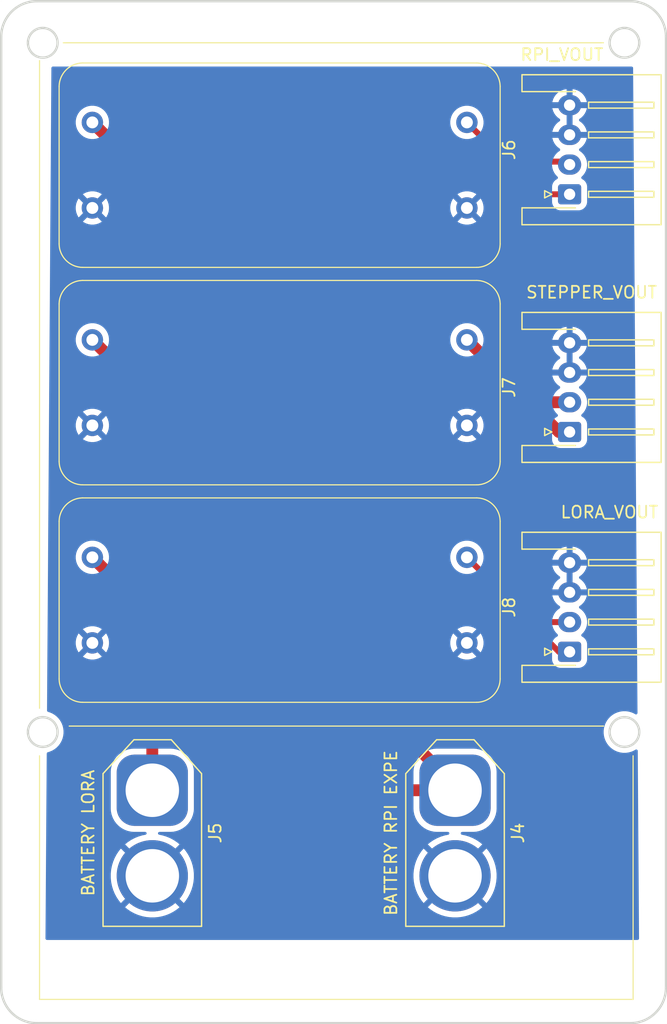
<source format=kicad_pcb>
(kicad_pcb (version 20241229) (generator "pcbnew") (generator_version "9.0")
  (layers (0 "F.Cu" signal) (2 "B.Cu" signal) (13 "F.Paste" user) (15 "B.Paste" user) (5 "F.SilkS" user "F.Silkscreen") (7 "B.SilkS" user "B.Silkscreen") (1 "F.Mask" user) (3 "B.Mask" user) (25 "Edge.Cuts" user))
  (net 0 "")
  (net 1 "+VIN_RPI")
  (net 2 "GND")
  (net 3 "+5V_RPI")
  (net 4 "+VOUT_STEPPER")
  (net 5 "+3V3_LORA")
  (net 6 "+VIN_LORA")
  (footprint "PHOENIX:MT3608" (layer "F.Cu") (at 148.022373 76.058443)
    (property "Reference" "J2" (hide yes))
    (property "Value" "STEPPER" (hide yes))
    (fp_line (start -18.872373 -6.558445) (end -18.872373 6.641559) (stroke (width 0.1)) (layer "F.SilkS"))
    (fp_line (start -18.872373 6.641559) (end -18.871904 6.704397) (stroke (width 0.1)) (layer "F.SilkS"))
    (fp_line (start -18.871904 -6.621283) (end -18.872373 -6.558445) (stroke (width 0.1)) (layer "F.SilkS"))
    (fp_line (start -18.871904 6.704397) (end -18.864013 6.829824) (stroke (width 0.1)) (layer "F.SilkS"))
    (fp_line (start -18.864013 -6.74671) (end -18.871904 -6.621283) (stroke (width 0.1)) (layer "F.SilkS"))
    (fp_line (start -18.864013 6.829824) (end -18.848262 6.954509) (stroke (width 0.1)) (layer "F.SilkS"))
    (fp_line (start -18.848262 -6.871395) (end -18.864013 -6.74671) (stroke (width 0.1)) (layer "F.SilkS"))
    (fp_line (start -18.848262 6.954509) (end -18.824712 7.077958) (stroke (width 0.1)) (layer "F.SilkS"))
    (fp_line (start -18.824712 -6.994844) (end -18.848262 -6.871395) (stroke (width 0.1)) (layer "F.SilkS"))
    (fp_line (start -18.824712 7.077958) (end -18.793458 7.199685) (stroke (width 0.1)) (layer "F.SilkS"))
    (fp_line (start -18.793458 -7.116571) (end -18.824712 -6.994844) (stroke (width 0.1)) (layer "F.SilkS"))
    (fp_line (start -18.793458 7.199685) (end -18.754622 7.31921) (stroke (width 0.1)) (layer "F.SilkS"))
    (fp_line (start -18.754622 -7.236096) (end -18.793458 -7.116571) (stroke (width 0.1)) (layer "F.SilkS"))
    (fp_line (start -18.754622 7.31921) (end -18.708358 7.43606) (stroke (width 0.1)) (layer "F.SilkS"))
    (fp_line (start -18.708358 -7.352946) (end -18.754622 -7.236096) (stroke (width 0.1)) (layer "F.SilkS"))
    (fp_line (start -18.708358 7.43606) (end -18.654848 7.549774) (stroke (width 0.1)) (layer "F.SilkS"))
    (fp_line (start -18.654848 -7.46666) (end -18.708358 -7.352946) (stroke (width 0.1)) (layer "F.SilkS"))
    (fp_line (start -18.654848 7.549774) (end -18.594303 7.659905) (stroke (width 0.1)) (layer "F.SilkS"))
    (fp_line (start -18.594303 -7.576791) (end -18.654848 -7.46666) (stroke (width 0.1)) (layer "F.SilkS"))
    (fp_line (start -18.594303 7.659905) (end -18.526963 7.766016) (stroke (width 0.1)) (layer "F.SilkS"))
    (fp_line (start -18.526963 -7.682902) (end -18.594303 -7.576791) (stroke (width 0.1)) (layer "F.SilkS"))
    (fp_line (start -18.526963 7.766016) (end -18.453093 7.867689) (stroke (width 0.1)) (layer "F.SilkS"))
    (fp_line (start -18.453093 -7.784575) (end -18.526963 -7.682902) (stroke (width 0.1)) (layer "F.SilkS"))
    (fp_line (start -18.453093 7.867689) (end -18.372984 7.964524) (stroke (width 0.1)) (layer "F.SilkS"))
    (fp_line (start -18.372984 -7.88141) (end -18.453093 -7.784575) (stroke (width 0.1)) (layer "F.SilkS"))
    (fp_line (start -18.372984 7.964524) (end -18.286953 8.056137) (stroke (width 0.1)) (layer "F.SilkS"))
    (fp_line (start -18.286953 -7.973023) (end -18.372984 -7.88141) (stroke (width 0.1)) (layer "F.SilkS"))
    (fp_line (start -18.286953 8.056137) (end -18.19534 8.142168) (stroke (width 0.1)) (layer "F.SilkS"))
    (fp_line (start -18.19534 -8.059054) (end -18.286953 -7.973023) (stroke (width 0.1)) (layer "F.SilkS"))
    (fp_line (start -18.19534 8.142168) (end -18.098505 8.222277) (stroke (width 0.1)) (layer "F.SilkS"))
    (fp_line (start -18.098505 -8.139163) (end -18.19534 -8.059054) (stroke (width 0.1)) (layer "F.SilkS"))
    (fp_line (start -18.098505 8.222277) (end -17.996832 8.296147) (stroke (width 0.1)) (layer "F.SilkS"))
    (fp_line (start -17.996832 -8.213033) (end -18.098505 -8.139163) (stroke (width 0.1)) (layer "F.SilkS"))
    (fp_line (start -17.996832 8.296147) (end -17.890721 8.363487) (stroke (width 0.1)) (layer "F.SilkS"))
    (fp_line (start -17.890721 -8.280373) (end -17.996832 -8.213033) (stroke (width 0.1)) (layer "F.SilkS"))
    (fp_line (start -17.890721 8.363487) (end -17.78059 8.424032) (stroke (width 0.1)) (layer "F.SilkS"))
    (fp_line (start -17.78059 -8.340918) (end -17.890721 -8.280373) (stroke (width 0.1)) (layer "F.SilkS"))
    (fp_line (start -17.78059 8.424032) (end -17.666876 8.477542) (stroke (width 0.1)) (layer "F.SilkS"))
    (fp_line (start -17.666876 -8.394428) (end -17.78059 -8.340918) (stroke (width 0.1)) (layer "F.SilkS"))
    (fp_line (start -17.666876 8.477542) (end -17.550026 8.523806) (stroke (width 0.1)) (layer "F.SilkS"))
    (fp_line (start -17.550026 -8.440692) (end -17.666876 -8.394428) (stroke (width 0.1)) (layer "F.SilkS"))
    (fp_line (start -17.550026 8.523806) (end -17.430501 8.562642) (stroke (width 0.1)) (layer "F.SilkS"))
    (fp_line (start -17.430501 -8.479528) (end -17.550026 -8.440692) (stroke (width 0.1)) (layer "F.SilkS"))
    (fp_line (start -17.430501 8.562642) (end -17.308774 8.593896) (stroke (width 0.1)) (layer "F.SilkS"))
    (fp_line (start -17.308774 -8.510782) (end -17.430501 -8.479528) (stroke (width 0.1)) (layer "F.SilkS"))
    (fp_line (start -17.308774 8.593896) (end -17.185325 8.617446) (stroke (width 0.1)) (layer "F.SilkS"))
    (fp_line (start -17.185325 -8.534332) (end -17.308774 -8.510782) (stroke (width 0.1)) (layer "F.SilkS"))
    (fp_line (start -17.185325 8.617446) (end -17.06064 8.633197) (stroke (width 0.1)) (layer "F.SilkS"))
    (fp_line (start -17.06064 -8.550083) (end -17.185325 -8.534332) (stroke (width 0.1)) (layer "F.SilkS"))
    (fp_line (start -17.06064 8.633197) (end -16.935213 8.641088) (stroke (width 0.1)) (layer "F.SilkS"))
    (fp_line (start -16.935213 -8.557974) (end -17.06064 -8.550083) (stroke (width 0.1)) (layer "F.SilkS"))
    (fp_line (start -16.935213 8.641088) (end -16.872375 8.641557) (stroke (width 0.1)) (layer "F.SilkS"))
    (fp_line (start -16.872375 -8.558443) (end -16.935213 -8.557974) (stroke (width 0.1)) (layer "F.SilkS"))
    (fp_line (start -16.872375 8.641557) (end 16.27758 8.641557) (stroke (width 0.1)) (layer "F.SilkS"))
    (fp_line (start 16.27758 8.641557) (end 16.34042 8.641099) (stroke (width 0.1)) (layer "F.SilkS"))
    (fp_line (start 16.27763 -8.558443) (end -16.872375 -8.558443) (stroke (width 0.1)) (layer "F.SilkS"))
    (fp_line (start 16.34042 8.641099) (end 16.465853 8.633209) (stroke (width 0.1)) (layer "F.SilkS"))
    (fp_line (start 16.340468 -8.557978) (end 16.27763 -8.558443) (stroke (width 0.1)) (layer "F.SilkS"))
    (fp_line (start 16.465853 8.633209) (end 16.590542 8.617458) (stroke (width 0.1)) (layer "F.SilkS"))
    (fp_line (start 16.465895 -8.550085) (end 16.340468 -8.557978) (stroke (width 0.1)) (layer "F.SilkS"))
    (fp_line (start 16.590542 8.617458) (end 16.713996 8.593909) (stroke (width 0.1)) (layer "F.SilkS"))
    (fp_line (start 16.590579 -8.534333) (end 16.465895 -8.550085) (stroke (width 0.1)) (layer "F.SilkS"))
    (fp_line (start 16.713996 8.593909) (end 16.835728 8.562655) (stroke (width 0.1)) (layer "F.SilkS"))
    (fp_line (start 16.714028 -8.510783) (end 16.590579 -8.534333) (stroke (width 0.1)) (layer "F.SilkS"))
    (fp_line (start 16.835728 8.562655) (end 16.955258 8.523819) (stroke (width 0.1)) (layer "F.SilkS"))
    (fp_line (start 16.835755 -8.479528) (end 16.714028 -8.510783) (stroke (width 0.1)) (layer "F.SilkS"))
    (fp_line (start 16.955258 8.523819) (end 17.072113 8.477554) (stroke (width 0.1)) (layer "F.SilkS"))
    (fp_line (start 16.955279 -8.440691) (end 16.835755 -8.479528) (stroke (width 0.1)) (layer "F.SilkS"))
    (fp_line (start 17.072113 8.477554) (end 17.185832 8.424043) (stroke (width 0.1)) (layer "F.SilkS"))
    (fp_line (start 17.072129 -8.394426) (end 16.955279 -8.440691) (stroke (width 0.1)) (layer "F.SilkS"))
    (fp_line (start 17.185832 8.424043) (end 17.295967 8.363497) (stroke (width 0.1)) (layer "F.SilkS"))
    (fp_line (start 17.185843 -8.340916) (end 17.072129 -8.394426) (stroke (width 0.1)) (layer "F.SilkS"))
    (fp_line (start 17.295967 8.363497) (end 17.402083 8.296155) (stroke (width 0.1)) (layer "F.SilkS"))
    (fp_line (start 17.295973 -8.280371) (end 17.185843 -8.340916) (stroke (width 0.1)) (layer "F.SilkS"))
    (fp_line (start 17.402083 8.296155) (end 17.503761 8.222282) (stroke (width 0.1)) (layer "F.SilkS"))
    (fp_line (start 17.402084 -8.21303) (end 17.295973 -8.280371) (stroke (width 0.1)) (layer "F.SilkS"))
    (fp_line (start 17.503757 -8.139159) (end 17.402084 -8.21303) (stroke (width 0.1)) (layer "F.SilkS"))
    (fp_line (start 17.503761 8.222282) (end 17.6006 8.142172) (stroke (width 0.1)) (layer "F.SilkS"))
    (fp_line (start 17.600591 -8.059051) (end 17.503757 -8.139159) (stroke (width 0.1)) (layer "F.SilkS"))
    (fp_line (start 17.6006 8.142172) (end 17.692218 8.056138) (stroke (width 0.1)) (layer "F.SilkS"))
    (fp_line (start 17.692205 -7.97302) (end 17.600591 -8.059051) (stroke (width 0.1)) (layer "F.SilkS"))
    (fp_line (start 17.692218 8.056138) (end 17.778252 7.964522) (stroke (width 0.1)) (layer "F.SilkS"))
    (fp_line (start 17.778235 -7.881406) (end 17.692205 -7.97302) (stroke (width 0.1)) (layer "F.SilkS"))
    (fp_line (start 17.778252 7.964522) (end 17.858365 7.867684) (stroke (width 0.1)) (layer "F.SilkS"))
    (fp_line (start 17.858344 -7.784572) (end 17.778235 -7.881406) (stroke (width 0.1)) (layer "F.SilkS"))
    (fp_line (start 17.858365 7.867684) (end 17.932238 7.766007) (stroke (width 0.1)) (layer "F.SilkS"))
    (fp_line (start 17.932214 -7.682898) (end 17.858344 -7.784572) (stroke (width 0.1)) (layer "F.SilkS"))
    (fp_line (start 17.932238 7.766007) (end 17.999582 7.659892) (stroke (width 0.1)) (layer "F.SilkS"))
    (fp_line (start 17.999554 -7.576787) (end 17.932214 -7.682898) (stroke (width 0.1)) (layer "F.SilkS"))
    (fp_line (start 17.999582 7.659892) (end 18.06013 7.549758) (stroke (width 0.1)) (layer "F.SilkS"))
    (fp_line (start 18.060099 -7.466657) (end 17.999554 -7.576787) (stroke (width 0.1)) (layer "F.SilkS"))
    (fp_line (start 18.06013 7.549758) (end 18.113642 7.436039) (stroke (width 0.1)) (layer "F.SilkS"))
    (fp_line (start 18.113609 -7.352943) (end 18.060099 -7.466657) (stroke (width 0.1)) (layer "F.SilkS"))
    (fp_line (start 18.113642 7.436039) (end 18.159909 7.319185) (stroke (width 0.1)) (layer "F.SilkS"))
    (fp_line (start 18.159873 -7.236093) (end 18.113609 -7.352943) (stroke (width 0.1)) (layer "F.SilkS"))
    (fp_line (start 18.159909 7.319185) (end 18.198747 7.199656) (stroke (width 0.1)) (layer "F.SilkS"))
    (fp_line (start 18.19871 -7.116568) (end 18.159873 -7.236093) (stroke (width 0.1)) (layer "F.SilkS"))
    (fp_line (start 18.198747 7.199656) (end 18.230003 7.077925) (stroke (width 0.1)) (layer "F.SilkS"))
    (fp_line (start 18.229964 -6.994841) (end 18.19871 -7.116568) (stroke (width 0.1)) (layer "F.SilkS"))
    (fp_line (start 18.230003 7.077925) (end 18.253554 6.954471) (stroke (width 0.1)) (layer "F.SilkS"))
    (fp_line (start 18.253514 -6.871392) (end 18.229964 -6.994841) (stroke (width 0.1)) (layer "F.SilkS"))
    (fp_line (start 18.253554 6.954471) (end 18.269306 6.829781) (stroke (width 0.1)) (layer "F.SilkS"))
    (fp_line (start 18.269266 -6.746708) (end 18.253514 -6.871392) (stroke (width 0.1)) (layer "F.SilkS"))
    (fp_line (start 18.269306 6.829781) (end 18.277199 6.704349) (stroke (width 0.1)) (layer "F.SilkS"))
    (fp_line (start 18.277158 -6.621281) (end 18.269266 -6.746708) (stroke (width 0.1)) (layer "F.SilkS"))
    (fp_line (start 18.277199 6.704349) (end 18.277627 6.641509) (stroke (width 0.1)) (layer "F.SilkS"))
    (fp_line (start 18.277627 -6.558443) (end 18.277158 -6.621281) (stroke (width 0.1)) (layer "F.SilkS"))
    (fp_line (start 18.277627 6.641509) (end 18.277627 -6.558443) (stroke (width 0.1)) (layer "F.SilkS"))
    (pad "1" thru_hole circle (at -16.072373 -3.558443) (size 1.8 1.8) (drill 1) (layers "*.Cu" "*.Mask") (net 1 "+VIN_RPI"))
    (pad "2" thru_hole circle (at 15.477627 -3.558443) (size 1.8 1.8) (drill 1) (layers "*.Cu" "*.Mask") (net 4 "+VOUT_STEPPER"))
    (pad "3" thru_hole circle (at -16.072373 3.641557) (size 1.8 1.8) (drill 1) (layers "*.Cu" "*.Mask") (net 2 "GND"))
    (pad "4" thru_hole circle (at 15.477627 3.641557) (size 1.8 1.8) (drill 1) (layers "*.Cu" "*.Mask") (net 2 "GND"))
  )
  (footprint "Connector_JST:JST_XH_S4B-XH-A-1_1x04_P2.50mm_Horizontal" (layer "F.Cu") (at 172.15 98.75 90)
    (property "Reference" "J8" (at 3.75 -5.1 90) (layer "F.SilkS"))
    (property "Value" "LORA_VOUT" (at 11.75 3.35 180) (layer "F.SilkS"))
    (fp_line (start 10.06 -4.01) (end 8.64 -4.01) (stroke (width 0.12)) (layer "F.SilkS"))
    (fp_line (start 8.64 -4.01) (end 8.64 0.49) (stroke (width 0.12)) (layer "F.SilkS"))
    (fp_line (start -1.14 -4.01) (end -1.14 0.49) (stroke (width 0.12)) (layer "F.SilkS"))
    (fp_line (start -2.56 -4.01) (end -1.14 -4.01) (stroke (width 0.12)) (layer "F.SilkS"))
    (fp_line (start 0.3 -2.1) (end 0 -1.5) (stroke (width 0.12)) (layer "F.SilkS"))
    (fp_line (start -0.3 -2.1) (end 0.3 -2.1) (stroke (width 0.12)) (layer "F.SilkS"))
    (fp_line (start 0 -1.5) (end -0.3 -2.1) (stroke (width 0.12)) (layer "F.SilkS"))
    (fp_line (start 10.06 7.71) (end 10.06 -4.01) (stroke (width 0.12)) (layer "F.SilkS"))
    (fp_line (start 3.75 7.71) (end 10.06 7.71) (stroke (width 0.12)) (layer "F.SilkS"))
    (fp_line (start 3.75 7.71) (end -2.56 7.71) (stroke (width 0.12)) (layer "F.SilkS"))
    (fp_line (start -2.56 7.71) (end -2.56 -4.01) (stroke (width 0.12)) (layer "F.SilkS"))
    (fp_rect (start 7.25 1.6) (end 7.75 7.1) (stroke (width 0.12)) (fill no) (layer "F.SilkS"))
    (fp_rect (start 4.75 1.6) (end 5.25 7.1) (stroke (width 0.12)) (fill no) (layer "F.SilkS"))
    (fp_rect (start 2.25 1.6) (end 2.75 7.1) (stroke (width 0.12)) (fill no) (layer "F.SilkS"))
    (fp_rect (start -0.25 1.6) (end 0.25 7.1) (stroke (width 0.12)) (fill no) (layer "F.SilkS"))
    (pad "1" thru_hole roundrect (at 0 0 90) (size 1.7 1.95) (drill 0.95) (layers "*.Cu" "*.Mask") (roundrect_rratio 0.147059) (net 5 "+3V3_LORA"))
    (pad "2" thru_hole oval (at 2.5 0 90) (size 1.7 1.95) (drill 0.95) (layers "*.Cu" "*.Mask") (net 5 "+3V3_LORA"))
    (pad "3" thru_hole oval (at 5 0 90) (size 1.7 1.95) (drill 0.95) (layers "*.Cu" "*.Mask") (net 2 "GND"))
    (pad "4" thru_hole oval (at 7.5 0 90) (size 1.7 1.95) (drill 0.95) (layers "*.Cu" "*.Mask") (net 2 "GND"))
  )
  (footprint "Connector_JST:JST_XH_S4B-XH-A-1_1x04_P2.50mm_Horizontal" (layer "F.Cu") (at 172.15 60.25 90)
    (property "Reference" "J6" (at 3.75 -5.1 90) (layer "F.SilkS"))
    (property "Value" "RPI_VOUT" (at 11.75 -0.65 180) (layer "F.SilkS"))
    (fp_line (start 10.06 -4.01) (end 8.64 -4.01) (stroke (width 0.12)) (layer "F.SilkS"))
    (fp_line (start 8.64 -4.01) (end 8.64 0.49) (stroke (width 0.12)) (layer "F.SilkS"))
    (fp_line (start -1.14 -4.01) (end -1.14 0.49) (stroke (width 0.12)) (layer "F.SilkS"))
    (fp_line (start -2.56 -4.01) (end -1.14 -4.01) (stroke (width 0.12)) (layer "F.SilkS"))
    (fp_line (start 0.3 -2.1) (end 0 -1.5) (stroke (width 0.12)) (layer "F.SilkS"))
    (fp_line (start -0.3 -2.1) (end 0.3 -2.1) (stroke (width 0.12)) (layer "F.SilkS"))
    (fp_line (start 0 -1.5) (end -0.3 -2.1) (stroke (width 0.12)) (layer "F.SilkS"))
    (fp_line (start 10.06 7.71) (end 10.06 -4.01) (stroke (width 0.12)) (layer "F.SilkS"))
    (fp_line (start 3.75 7.71) (end 10.06 7.71) (stroke (width 0.12)) (layer "F.SilkS"))
    (fp_line (start 3.75 7.71) (end -2.56 7.71) (stroke (width 0.12)) (layer "F.SilkS"))
    (fp_line (start -2.56 7.71) (end -2.56 -4.01) (stroke (width 0.12)) (layer "F.SilkS"))
    (fp_rect (start 7.25 1.6) (end 7.75 7.1) (stroke (width 0.12)) (fill no) (layer "F.SilkS"))
    (fp_rect (start 4.75 1.6) (end 5.25 7.1) (stroke (width 0.12)) (fill no) (layer "F.SilkS"))
    (fp_rect (start 2.25 1.6) (end 2.75 7.1) (stroke (width 0.12)) (fill no) (layer "F.SilkS"))
    (fp_rect (start -0.25 1.6) (end 0.25 7.1) (stroke (width 0.12)) (fill no) (layer "F.SilkS"))
    (pad "1" thru_hole roundrect (at 0 0 90) (size 1.7 1.95) (drill 0.95) (layers "*.Cu" "*.Mask") (roundrect_rratio 0.147059) (net 3 "+5V_RPI"))
    (pad "2" thru_hole oval (at 2.5 0 90) (size 1.7 1.95) (drill 0.95) (layers "*.Cu" "*.Mask") (net 3 "+5V_RPI"))
    (pad "3" thru_hole oval (at 5 0 90) (size 1.7 1.95) (drill 0.95) (layers "*.Cu" "*.Mask") (net 2 "GND"))
    (pad "4" thru_hole oval (at 7.5 0 90) (size 1.7 1.95) (drill 0.95) (layers "*.Cu" "*.Mask") (net 2 "GND"))
  )
  (footprint "PHOENIX_CON:AMASS_XT60-M_1x02_P7.20mm_Vertical" (layer "F.Cu") (at 162.5 110.4 -90)
    (property "Reference" "J4" (at 3.6 -5.3 90) (layer "F.SilkS"))
    (property "Value" "BATTERY RPI EXPE" (at 3.6 5.4 90) (layer "F.SilkS"))
    (fp_line (start -1.4 4.15) (end 11.45 4.15) (stroke (width 0.12)) (layer "F.SilkS"))
    (fp_line (start 11.45 4.15) (end 11.45 -4.15) (stroke (width 0.12)) (layer "F.SilkS"))
    (fp_line (start -4.25 1.55) (end -1.4 4.15) (stroke (width 0.12)) (layer "F.SilkS"))
    (fp_line (start -4.25 -1.6) (end -4.25 1.55) (stroke (width 0.12)) (layer "F.SilkS"))
    (fp_line (start -1.4 -4.15) (end -4.25 -1.6) (stroke (width 0.12)) (layer "F.SilkS"))
    (fp_line (start 11.45 -4.15) (end -1.4 -4.15) (stroke (width 0.12)) (layer "F.SilkS"))
    (pad "1" thru_hole roundrect (at 0 0 270) (size 6 6) (drill 4.5) (layers "*.Cu" "*.Mask") (net 1 "+VIN_RPI"))
    (pad "2" thru_hole circle (at 7.2 0 270) (size 6 6) (drill 4.5) (layers "*.Cu" "*.Mask") (net 2 "GND"))
  )
  (footprint "PHOENIX:MT3608" (layer "F.Cu") (at 148.022373 57.758443)
    (property "Reference" "J1" (hide yes))
    (property "Value" "RPI" (hide yes))
    (fp_line (start -18.872373 -6.558445) (end -18.872373 6.641559) (stroke (width 0.1)) (layer "F.SilkS"))
    (fp_line (start -18.872373 6.641559) (end -18.871904 6.704397) (stroke (width 0.1)) (layer "F.SilkS"))
    (fp_line (start -18.871904 -6.621283) (end -18.872373 -6.558445) (stroke (width 0.1)) (layer "F.SilkS"))
    (fp_line (start -18.871904 6.704397) (end -18.864013 6.829824) (stroke (width 0.1)) (layer "F.SilkS"))
    (fp_line (start -18.864013 -6.74671) (end -18.871904 -6.621283) (stroke (width 0.1)) (layer "F.SilkS"))
    (fp_line (start -18.864013 6.829824) (end -18.848262 6.954509) (stroke (width 0.1)) (layer "F.SilkS"))
    (fp_line (start -18.848262 -6.871395) (end -18.864013 -6.74671) (stroke (width 0.1)) (layer "F.SilkS"))
    (fp_line (start -18.848262 6.954509) (end -18.824712 7.077958) (stroke (width 0.1)) (layer "F.SilkS"))
    (fp_line (start -18.824712 -6.994844) (end -18.848262 -6.871395) (stroke (width 0.1)) (layer "F.SilkS"))
    (fp_line (start -18.824712 7.077958) (end -18.793458 7.199685) (stroke (width 0.1)) (layer "F.SilkS"))
    (fp_line (start -18.793458 -7.116571) (end -18.824712 -6.994844) (stroke (width 0.1)) (layer "F.SilkS"))
    (fp_line (start -18.793458 7.199685) (end -18.754622 7.31921) (stroke (width 0.1)) (layer "F.SilkS"))
    (fp_line (start -18.754622 -7.236096) (end -18.793458 -7.116571) (stroke (width 0.1)) (layer "F.SilkS"))
    (fp_line (start -18.754622 7.31921) (end -18.708358 7.43606) (stroke (width 0.1)) (layer "F.SilkS"))
    (fp_line (start -18.708358 -7.352946) (end -18.754622 -7.236096) (stroke (width 0.1)) (layer "F.SilkS"))
    (fp_line (start -18.708358 7.43606) (end -18.654848 7.549774) (stroke (width 0.1)) (layer "F.SilkS"))
    (fp_line (start -18.654848 -7.46666) (end -18.708358 -7.352946) (stroke (width 0.1)) (layer "F.SilkS"))
    (fp_line (start -18.654848 7.549774) (end -18.594303 7.659905) (stroke (width 0.1)) (layer "F.SilkS"))
    (fp_line (start -18.594303 -7.576791) (end -18.654848 -7.46666) (stroke (width 0.1)) (layer "F.SilkS"))
    (fp_line (start -18.594303 7.659905) (end -18.526963 7.766016) (stroke (width 0.1)) (layer "F.SilkS"))
    (fp_line (start -18.526963 -7.682902) (end -18.594303 -7.576791) (stroke (width 0.1)) (layer "F.SilkS"))
    (fp_line (start -18.526963 7.766016) (end -18.453093 7.867689) (stroke (width 0.1)) (layer "F.SilkS"))
    (fp_line (start -18.453093 -7.784575) (end -18.526963 -7.682902) (stroke (width 0.1)) (layer "F.SilkS"))
    (fp_line (start -18.453093 7.867689) (end -18.372984 7.964524) (stroke (width 0.1)) (layer "F.SilkS"))
    (fp_line (start -18.372984 -7.88141) (end -18.453093 -7.784575) (stroke (width 0.1)) (layer "F.SilkS"))
    (fp_line (start -18.372984 7.964524) (end -18.286953 8.056137) (stroke (width 0.1)) (layer "F.SilkS"))
    (fp_line (start -18.286953 -7.973023) (end -18.372984 -7.88141) (stroke (width 0.1)) (layer "F.SilkS"))
    (fp_line (start -18.286953 8.056137) (end -18.19534 8.142168) (stroke (width 0.1)) (layer "F.SilkS"))
    (fp_line (start -18.19534 -8.059054) (end -18.286953 -7.973023) (stroke (width 0.1)) (layer "F.SilkS"))
    (fp_line (start -18.19534 8.142168) (end -18.098505 8.222277) (stroke (width 0.1)) (layer "F.SilkS"))
    (fp_line (start -18.098505 -8.139163) (end -18.19534 -8.059054) (stroke (width 0.1)) (layer "F.SilkS"))
    (fp_line (start -18.098505 8.222277) (end -17.996832 8.296147) (stroke (width 0.1)) (layer "F.SilkS"))
    (fp_line (start -17.996832 -8.213033) (end -18.098505 -8.139163) (stroke (width 0.1)) (layer "F.SilkS"))
    (fp_line (start -17.996832 8.296147) (end -17.890721 8.363487) (stroke (width 0.1)) (layer "F.SilkS"))
    (fp_line (start -17.890721 -8.280373) (end -17.996832 -8.213033) (stroke (width 0.1)) (layer "F.SilkS"))
    (fp_line (start -17.890721 8.363487) (end -17.78059 8.424032) (stroke (width 0.1)) (layer "F.SilkS"))
    (fp_line (start -17.78059 -8.340918) (end -17.890721 -8.280373) (stroke (width 0.1)) (layer "F.SilkS"))
    (fp_line (start -17.78059 8.424032) (end -17.666876 8.477542) (stroke (width 0.1)) (layer "F.SilkS"))
    (fp_line (start -17.666876 -8.394428) (end -17.78059 -8.340918) (stroke (width 0.1)) (layer "F.SilkS"))
    (fp_line (start -17.666876 8.477542) (end -17.550026 8.523806) (stroke (width 0.1)) (layer "F.SilkS"))
    (fp_line (start -17.550026 -8.440692) (end -17.666876 -8.394428) (stroke (width 0.1)) (layer "F.SilkS"))
    (fp_line (start -17.550026 8.523806) (end -17.430501 8.562642) (stroke (width 0.1)) (layer "F.SilkS"))
    (fp_line (start -17.430501 -8.479528) (end -17.550026 -8.440692) (stroke (width 0.1)) (layer "F.SilkS"))
    (fp_line (start -17.430501 8.562642) (end -17.308774 8.593896) (stroke (width 0.1)) (layer "F.SilkS"))
    (fp_line (start -17.308774 -8.510782) (end -17.430501 -8.479528) (stroke (width 0.1)) (layer "F.SilkS"))
    (fp_line (start -17.308774 8.593896) (end -17.185325 8.617446) (stroke (width 0.1)) (layer "F.SilkS"))
    (fp_line (start -17.185325 -8.534332) (end -17.308774 -8.510782) (stroke (width 0.1)) (layer "F.SilkS"))
    (fp_line (start -17.185325 8.617446) (end -17.06064 8.633197) (stroke (width 0.1)) (layer "F.SilkS"))
    (fp_line (start -17.06064 -8.550083) (end -17.185325 -8.534332) (stroke (width 0.1)) (layer "F.SilkS"))
    (fp_line (start -17.06064 8.633197) (end -16.935213 8.641088) (stroke (width 0.1)) (layer "F.SilkS"))
    (fp_line (start -16.935213 -8.557974) (end -17.06064 -8.550083) (stroke (width 0.1)) (layer "F.SilkS"))
    (fp_line (start -16.935213 8.641088) (end -16.872375 8.641557) (stroke (width 0.1)) (layer "F.SilkS"))
    (fp_line (start -16.872375 -8.558443) (end -16.935213 -8.557974) (stroke (width 0.1)) (layer "F.SilkS"))
    (fp_line (start -16.872375 8.641557) (end 16.27758 8.641557) (stroke (width 0.1)) (layer "F.SilkS"))
    (fp_line (start 16.27758 8.641557) (end 16.34042 8.641099) (stroke (width 0.1)) (layer "F.SilkS"))
    (fp_line (start 16.27763 -8.558443) (end -16.872375 -8.558443) (stroke (width 0.1)) (layer "F.SilkS"))
    (fp_line (start 16.34042 8.641099) (end 16.465853 8.633209) (stroke (width 0.1)) (layer "F.SilkS"))
    (fp_line (start 16.340468 -8.557978) (end 16.27763 -8.558443) (stroke (width 0.1)) (layer "F.SilkS"))
    (fp_line (start 16.465853 8.633209) (end 16.590542 8.617458) (stroke (width 0.1)) (layer "F.SilkS"))
    (fp_line (start 16.465895 -8.550085) (end 16.340468 -8.557978) (stroke (width 0.1)) (layer "F.SilkS"))
    (fp_line (start 16.590542 8.617458) (end 16.713996 8.593909) (stroke (width 0.1)) (layer "F.SilkS"))
    (fp_line (start 16.590579 -8.534333) (end 16.465895 -8.550085) (stroke (width 0.1)) (layer "F.SilkS"))
    (fp_line (start 16.713996 8.593909) (end 16.835728 8.562655) (stroke (width 0.1)) (layer "F.SilkS"))
    (fp_line (start 16.714028 -8.510783) (end 16.590579 -8.534333) (stroke (width 0.1)) (layer "F.SilkS"))
    (fp_line (start 16.835728 8.562655) (end 16.955258 8.523819) (stroke (width 0.1)) (layer "F.SilkS"))
    (fp_line (start 16.835755 -8.479528) (end 16.714028 -8.510783) (stroke (width 0.1)) (layer "F.SilkS"))
    (fp_line (start 16.955258 8.523819) (end 17.072113 8.477554) (stroke (width 0.1)) (layer "F.SilkS"))
    (fp_line (start 16.955279 -8.440691) (end 16.835755 -8.479528) (stroke (width 0.1)) (layer "F.SilkS"))
    (fp_line (start 17.072113 8.477554) (end 17.185832 8.424043) (stroke (width 0.1)) (layer "F.SilkS"))
    (fp_line (start 17.072129 -8.394426) (end 16.955279 -8.440691) (stroke (width 0.1)) (layer "F.SilkS"))
    (fp_line (start 17.185832 8.424043) (end 17.295967 8.363497) (stroke (width 0.1)) (layer "F.SilkS"))
    (fp_line (start 17.185843 -8.340916) (end 17.072129 -8.394426) (stroke (width 0.1)) (layer "F.SilkS"))
    (fp_line (start 17.295967 8.363497) (end 17.402083 8.296155) (stroke (width 0.1)) (layer "F.SilkS"))
    (fp_line (start 17.295973 -8.280371) (end 17.185843 -8.340916) (stroke (width 0.1)) (layer "F.SilkS"))
    (fp_line (start 17.402083 8.296155) (end 17.503761 8.222282) (stroke (width 0.1)) (layer "F.SilkS"))
    (fp_line (start 17.402084 -8.21303) (end 17.295973 -8.280371) (stroke (width 0.1)) (layer "F.SilkS"))
    (fp_line (start 17.503757 -8.139159) (end 17.402084 -8.21303) (stroke (width 0.1)) (layer "F.SilkS"))
    (fp_line (start 17.503761 8.222282) (end 17.6006 8.142172) (stroke (width 0.1)) (layer "F.SilkS"))
    (fp_line (start 17.600591 -8.059051) (end 17.503757 -8.139159) (stroke (width 0.1)) (layer "F.SilkS"))
    (fp_line (start 17.6006 8.142172) (end 17.692218 8.056138) (stroke (width 0.1)) (layer "F.SilkS"))
    (fp_line (start 17.692205 -7.97302) (end 17.600591 -8.059051) (stroke (width 0.1)) (layer "F.SilkS"))
    (fp_line (start 17.692218 8.056138) (end 17.778252 7.964522) (stroke (width 0.1)) (layer "F.SilkS"))
    (fp_line (start 17.778235 -7.881406) (end 17.692205 -7.97302) (stroke (width 0.1)) (layer "F.SilkS"))
    (fp_line (start 17.778252 7.964522) (end 17.858365 7.867684) (stroke (width 0.1)) (layer "F.SilkS"))
    (fp_line (start 17.858344 -7.784572) (end 17.778235 -7.881406) (stroke (width 0.1)) (layer "F.SilkS"))
    (fp_line (start 17.858365 7.867684) (end 17.932238 7.766007) (stroke (width 0.1)) (layer "F.SilkS"))
    (fp_line (start 17.932214 -7.682898) (end 17.858344 -7.784572) (stroke (width 0.1)) (layer "F.SilkS"))
    (fp_line (start 17.932238 7.766007) (end 17.999582 7.659892) (stroke (width 0.1)) (layer "F.SilkS"))
    (fp_line (start 17.999554 -7.576787) (end 17.932214 -7.682898) (stroke (width 0.1)) (layer "F.SilkS"))
    (fp_line (start 17.999582 7.659892) (end 18.06013 7.549758) (stroke (width 0.1)) (layer "F.SilkS"))
    (fp_line (start 18.060099 -7.466657) (end 17.999554 -7.576787) (stroke (width 0.1)) (layer "F.SilkS"))
    (fp_line (start 18.06013 7.549758) (end 18.113642 7.436039) (stroke (width 0.1)) (layer "F.SilkS"))
    (fp_line (start 18.113609 -7.352943) (end 18.060099 -7.466657) (stroke (width 0.1)) (layer "F.SilkS"))
    (fp_line (start 18.113642 7.436039) (end 18.159909 7.319185) (stroke (width 0.1)) (layer "F.SilkS"))
    (fp_line (start 18.159873 -7.236093) (end 18.113609 -7.352943) (stroke (width 0.1)) (layer "F.SilkS"))
    (fp_line (start 18.159909 7.319185) (end 18.198747 7.199656) (stroke (width 0.1)) (layer "F.SilkS"))
    (fp_line (start 18.19871 -7.116568) (end 18.159873 -7.236093) (stroke (width 0.1)) (layer "F.SilkS"))
    (fp_line (start 18.198747 7.199656) (end 18.230003 7.077925) (stroke (width 0.1)) (layer "F.SilkS"))
    (fp_line (start 18.229964 -6.994841) (end 18.19871 -7.116568) (stroke (width 0.1)) (layer "F.SilkS"))
    (fp_line (start 18.230003 7.077925) (end 18.253554 6.954471) (stroke (width 0.1)) (layer "F.SilkS"))
    (fp_line (start 18.253514 -6.871392) (end 18.229964 -6.994841) (stroke (width 0.1)) (layer "F.SilkS"))
    (fp_line (start 18.253554 6.954471) (end 18.269306 6.829781) (stroke (width 0.1)) (layer "F.SilkS"))
    (fp_line (start 18.269266 -6.746708) (end 18.253514 -6.871392) (stroke (width 0.1)) (layer "F.SilkS"))
    (fp_line (start 18.269306 6.829781) (end 18.277199 6.704349) (stroke (width 0.1)) (layer "F.SilkS"))
    (fp_line (start 18.277158 -6.621281) (end 18.269266 -6.746708) (stroke (width 0.1)) (layer "F.SilkS"))
    (fp_line (start 18.277199 6.704349) (end 18.277627 6.641509) (stroke (width 0.1)) (layer "F.SilkS"))
    (fp_line (start 18.277627 -6.558443) (end 18.277158 -6.621281) (stroke (width 0.1)) (layer "F.SilkS"))
    (fp_line (start 18.277627 6.641509) (end 18.277627 -6.558443) (stroke (width 0.1)) (layer "F.SilkS"))
    (pad "1" thru_hole circle (at -16.072373 -3.558443) (size 1.8 1.8) (drill 1) (layers "*.Cu" "*.Mask") (net 1 "+VIN_RPI"))
    (pad "2" thru_hole circle (at 15.477627 -3.558443) (size 1.8 1.8) (drill 1) (layers "*.Cu" "*.Mask") (net 3 "+5V_RPI"))
    (pad "3" thru_hole circle (at -16.072373 3.641557) (size 1.8 1.8) (drill 1) (layers "*.Cu" "*.Mask") (net 2 "GND"))
    (pad "4" thru_hole circle (at 15.477627 3.641557) (size 1.8 1.8) (drill 1) (layers "*.Cu" "*.Mask") (net 2 "GND"))
  )
  (footprint "Connector_JST:JST_XH_S4B-XH-A-1_1x04_P2.50mm_Horizontal" (layer "F.Cu") (at 172.15 80.25 90)
    (property "Reference" "J7" (at 3.75 -5.1 90) (layer "F.SilkS"))
    (property "Value" "STEPPER_VOUT" (at 11.75 1.85 180) (layer "F.SilkS"))
    (fp_line (start 10.06 -4.01) (end 8.64 -4.01) (stroke (width 0.12)) (layer "F.SilkS"))
    (fp_line (start 8.64 -4.01) (end 8.64 0.49) (stroke (width 0.12)) (layer "F.SilkS"))
    (fp_line (start -1.14 -4.01) (end -1.14 0.49) (stroke (width 0.12)) (layer "F.SilkS"))
    (fp_line (start -2.56 -4.01) (end -1.14 -4.01) (stroke (width 0.12)) (layer "F.SilkS"))
    (fp_line (start 0.3 -2.1) (end 0 -1.5) (stroke (width 0.12)) (layer "F.SilkS"))
    (fp_line (start -0.3 -2.1) (end 0.3 -2.1) (stroke (width 0.12)) (layer "F.SilkS"))
    (fp_line (start 0 -1.5) (end -0.3 -2.1) (stroke (width 0.12)) (layer "F.SilkS"))
    (fp_line (start 10.06 7.71) (end 10.06 -4.01) (stroke (width 0.12)) (layer "F.SilkS"))
    (fp_line (start 3.75 7.71) (end 10.06 7.71) (stroke (width 0.12)) (layer "F.SilkS"))
    (fp_line (start 3.75 7.71) (end -2.56 7.71) (stroke (width 0.12)) (layer "F.SilkS"))
    (fp_line (start -2.56 7.71) (end -2.56 -4.01) (stroke (width 0.12)) (layer "F.SilkS"))
    (fp_rect (start 7.25 1.6) (end 7.75 7.1) (stroke (width 0.12)) (fill no) (layer "F.SilkS"))
    (fp_rect (start 4.75 1.6) (end 5.25 7.1) (stroke (width 0.12)) (fill no) (layer "F.SilkS"))
    (fp_rect (start 2.25 1.6) (end 2.75 7.1) (stroke (width 0.12)) (fill no) (layer "F.SilkS"))
    (fp_rect (start -0.25 1.6) (end 0.25 7.1) (stroke (width 0.12)) (fill no) (layer "F.SilkS"))
    (pad "1" thru_hole roundrect (at 0 0 90) (size 1.7 1.95) (drill 0.95) (layers "*.Cu" "*.Mask") (roundrect_rratio 0.147059) (net 4 "+VOUT_STEPPER"))
    (pad "2" thru_hole oval (at 2.5 0 90) (size 1.7 1.95) (drill 0.95) (layers "*.Cu" "*.Mask") (net 4 "+VOUT_STEPPER"))
    (pad "3" thru_hole oval (at 5 0 90) (size 1.7 1.95) (drill 0.95) (layers "*.Cu" "*.Mask") (net 2 "GND"))
    (pad "4" thru_hole oval (at 7.5 0 90) (size 1.7 1.95) (drill 0.95) (layers "*.Cu" "*.Mask") (net 2 "GND"))
  )
  (footprint "PHOENIX_CON:AMASS_XT60-M_1x02_P7.20mm_Vertical" (layer "F.Cu") (at 137 110.4 -90)
    (property "Reference" "J5" (at 3.6 -5.3 90) (layer "F.SilkS"))
    (property "Value" "BATTERY LORA" (at 3.6 5.4 90) (layer "F.SilkS"))
    (fp_line (start -1.4 4.15) (end 11.45 4.15) (stroke (width 0.12)) (layer "F.SilkS"))
    (fp_line (start 11.45 4.15) (end 11.45 -4.15) (stroke (width 0.12)) (layer "F.SilkS"))
    (fp_line (start -4.25 1.55) (end -1.4 4.15) (stroke (width 0.12)) (layer "F.SilkS"))
    (fp_line (start -4.25 -1.6) (end -4.25 1.55) (stroke (width 0.12)) (layer "F.SilkS"))
    (fp_line (start -1.4 -4.15) (end -4.25 -1.6) (stroke (width 0.12)) (layer "F.SilkS"))
    (fp_line (start 11.45 -4.15) (end -1.4 -4.15) (stroke (width 0.12)) (layer "F.SilkS"))
    (pad "1" thru_hole roundrect (at 0 0 270) (size 6 6) (drill 4.5) (layers "*.Cu" "*.Mask") (net 6 "+VIN_LORA"))
    (pad "2" thru_hole circle (at 7.2 0 270) (size 6 6) (drill 4.5) (layers "*.Cu" "*.Mask") (net 2 "GND"))
  )
  (footprint "PHOENIX:MT3608" (layer "F.Cu") (at 148.022373 94.358443)
    (property "Reference" "J3" (hide yes))
    (property "Value" "LORA" (hide yes))
    (fp_line (start -18.872373 -6.558445) (end -18.872373 6.641559) (stroke (width 0.1)) (layer "F.SilkS"))
    (fp_line (start -18.872373 6.641559) (end -18.871904 6.704397) (stroke (width 0.1)) (layer "F.SilkS"))
    (fp_line (start -18.871904 -6.621283) (end -18.872373 -6.558445) (stroke (width 0.1)) (layer "F.SilkS"))
    (fp_line (start -18.871904 6.704397) (end -18.864013 6.829824) (stroke (width 0.1)) (layer "F.SilkS"))
    (fp_line (start -18.864013 -6.74671) (end -18.871904 -6.621283) (stroke (width 0.1)) (layer "F.SilkS"))
    (fp_line (start -18.864013 6.829824) (end -18.848262 6.954509) (stroke (width 0.1)) (layer "F.SilkS"))
    (fp_line (start -18.848262 -6.871395) (end -18.864013 -6.74671) (stroke (width 0.1)) (layer "F.SilkS"))
    (fp_line (start -18.848262 6.954509) (end -18.824712 7.077958) (stroke (width 0.1)) (layer "F.SilkS"))
    (fp_line (start -18.824712 -6.994844) (end -18.848262 -6.871395) (stroke (width 0.1)) (layer "F.SilkS"))
    (fp_line (start -18.824712 7.077958) (end -18.793458 7.199685) (stroke (width 0.1)) (layer "F.SilkS"))
    (fp_line (start -18.793458 -7.116571) (end -18.824712 -6.994844) (stroke (width 0.1)) (layer "F.SilkS"))
    (fp_line (start -18.793458 7.199685) (end -18.754622 7.31921) (stroke (width 0.1)) (layer "F.SilkS"))
    (fp_line (start -18.754622 -7.236096) (end -18.793458 -7.116571) (stroke (width 0.1)) (layer "F.SilkS"))
    (fp_line (start -18.754622 7.31921) (end -18.708358 7.43606) (stroke (width 0.1)) (layer "F.SilkS"))
    (fp_line (start -18.708358 -7.352946) (end -18.754622 -7.236096) (stroke (width 0.1)) (layer "F.SilkS"))
    (fp_line (start -18.708358 7.43606) (end -18.654848 7.549774) (stroke (width 0.1)) (layer "F.SilkS"))
    (fp_line (start -18.654848 -7.46666) (end -18.708358 -7.352946) (stroke (width 0.1)) (layer "F.SilkS"))
    (fp_line (start -18.654848 7.549774) (end -18.594303 7.659905) (stroke (width 0.1)) (layer "F.SilkS"))
    (fp_line (start -18.594303 -7.576791) (end -18.654848 -7.46666) (stroke (width 0.1)) (layer "F.SilkS"))
    (fp_line (start -18.594303 7.659905) (end -18.526963 7.766016) (stroke (width 0.1)) (layer "F.SilkS"))
    (fp_line (start -18.526963 -7.682902) (end -18.594303 -7.576791) (stroke (width 0.1)) (layer "F.SilkS"))
    (fp_line (start -18.526963 7.766016) (end -18.453093 7.867689) (stroke (width 0.1)) (layer "F.SilkS"))
    (fp_line (start -18.453093 -7.784575) (end -18.526963 -7.682902) (stroke (width 0.1)) (layer "F.SilkS"))
    (fp_line (start -18.453093 7.867689) (end -18.372984 7.964524) (stroke (width 0.1)) (layer "F.SilkS"))
    (fp_line (start -18.372984 -7.88141) (end -18.453093 -7.784575) (stroke (width 0.1)) (layer "F.SilkS"))
    (fp_line (start -18.372984 7.964524) (end -18.286953 8.056137) (stroke (width 0.1)) (layer "F.SilkS"))
    (fp_line (start -18.286953 -7.973023) (end -18.372984 -7.88141) (stroke (width 0.1)) (layer "F.SilkS"))
    (fp_line (start -18.286953 8.056137) (end -18.19534 8.142168) (stroke (width 0.1)) (layer "F.SilkS"))
    (fp_line (start -18.19534 -8.059054) (end -18.286953 -7.973023) (stroke (width 0.1)) (layer "F.SilkS"))
    (fp_line (start -18.19534 8.142168) (end -18.098505 8.222277) (stroke (width 0.1)) (layer "F.SilkS"))
    (fp_line (start -18.098505 -8.139163) (end -18.19534 -8.059054) (stroke (width 0.1)) (layer "F.SilkS"))
    (fp_line (start -18.098505 8.222277) (end -17.996832 8.296147) (stroke (width 0.1)) (layer "F.SilkS"))
    (fp_line (start -17.996832 -8.213033) (end -18.098505 -8.139163) (stroke (width 0.1)) (layer "F.SilkS"))
    (fp_line (start -17.996832 8.296147) (end -17.890721 8.363487) (stroke (width 0.1)) (layer "F.SilkS"))
    (fp_line (start -17.890721 -8.280373) (end -17.996832 -8.213033) (stroke (width 0.1)) (layer "F.SilkS"))
    (fp_line (start -17.890721 8.363487) (end -17.78059 8.424032) (stroke (width 0.1)) (layer "F.SilkS"))
    (fp_line (start -17.78059 -8.340918) (end -17.890721 -8.280373) (stroke (width 0.1)) (layer "F.SilkS"))
    (fp_line (start -17.78059 8.424032) (end -17.666876 8.477542) (stroke (width 0.1)) (layer "F.SilkS"))
    (fp_line (start -17.666876 -8.394428) (end -17.78059 -8.340918) (stroke (width 0.1)) (layer "F.SilkS"))
    (fp_line (start -17.666876 8.477542) (end -17.550026 8.523806) (stroke (width 0.1)) (layer "F.SilkS"))
    (fp_line (start -17.550026 -8.440692) (end -17.666876 -8.394428) (stroke (width 0.1)) (layer "F.SilkS"))
    (fp_line (start -17.550026 8.523806) (end -17.430501 8.562642) (stroke (width 0.1)) (layer "F.SilkS"))
    (fp_line (start -17.430501 -8.479528) (end -17.550026 -8.440692) (stroke (width 0.1)) (layer "F.SilkS"))
    (fp_line (start -17.430501 8.562642) (end -17.308774 8.593896) (stroke (width 0.1)) (layer "F.SilkS"))
    (fp_line (start -17.308774 -8.510782) (end -17.430501 -8.479528) (stroke (width 0.1)) (layer "F.SilkS"))
    (fp_line (start -17.308774 8.593896) (end -17.185325 8.617446) (stroke (width 0.1)) (layer "F.SilkS"))
    (fp_line (start -17.185325 -8.534332) (end -17.308774 -8.510782) (stroke (width 0.1)) (layer "F.SilkS"))
    (fp_line (start -17.185325 8.617446) (end -17.06064 8.633197) (stroke (width 0.1)) (layer "F.SilkS"))
    (fp_line (start -17.06064 -8.550083) (end -17.185325 -8.534332) (stroke (width 0.1)) (layer "F.SilkS"))
    (fp_line (start -17.06064 8.633197) (end -16.935213 8.641088) (stroke (width 0.1)) (layer "F.SilkS"))
    (fp_line (start -16.935213 -8.557974) (end -17.06064 -8.550083) (stroke (width 0.1)) (layer "F.SilkS"))
    (fp_line (start -16.935213 8.641088) (end -16.872375 8.641557) (stroke (width 0.1)) (layer "F.SilkS"))
    (fp_line (start -16.872375 -8.558443) (end -16.935213 -8.557974) (stroke (width 0.1)) (layer "F.SilkS"))
    (fp_line (start -16.872375 8.641557) (end 16.27758 8.641557) (stroke (width 0.1)) (layer "F.SilkS"))
    (fp_line (start 16.27758 8.641557) (end 16.34042 8.641099) (stroke (width 0.1)) (layer "F.SilkS"))
    (fp_line (start 16.27763 -8.558443) (end -16.872375 -8.558443) (stroke (width 0.1)) (layer "F.SilkS"))
    (fp_line (start 16.34042 8.641099) (end 16.465853 8.633209) (stroke (width 0.1)) (layer "F.SilkS"))
    (fp_line (start 16.340468 -8.557978) (end 16.27763 -8.558443) (stroke (width 0.1)) (layer "F.SilkS"))
    (fp_line (start 16.465853 8.633209) (end 16.590542 8.617458) (stroke (width 0.1)) (layer "F.SilkS"))
    (fp_line (start 16.465895 -8.550085) (end 16.340468 -8.557978) (stroke (width 0.1)) (layer "F.SilkS"))
    (fp_line (start 16.590542 8.617458) (end 16.713996 8.593909) (stroke (width 0.1)) (layer "F.SilkS"))
    (fp_line (start 16.590579 -8.534333) (end 16.465895 -8.550085) (stroke (width 0.1)) (layer "F.SilkS"))
    (fp_line (start 16.713996 8.593909) (end 16.835728 8.562655) (stroke (width 0.1)) (layer "F.SilkS"))
    (fp_line (start 16.714028 -8.510783) (end 16.590579 -8.534333) (stroke (width 0.1)) (layer "F.SilkS"))
    (fp_line (start 16.835728 8.562655) (end 16.955258 8.523819) (stroke (width 0.1)) (layer "F.SilkS"))
    (fp_line (start 16.835755 -8.479528) (end 16.714028 -8.510783) (stroke (width 0.1)) (layer "F.SilkS"))
    (fp_line (start 16.955258 8.523819) (end 17.072113 8.477554) (stroke (width 0.1)) (layer "F.SilkS"))
    (fp_line (start 16.955279 -8.440691) (end 16.835755 -8.479528) (stroke (width 0.1)) (layer "F.SilkS"))
    (fp_line (start 17.072113 8.477554) (end 17.185832 8.424043) (stroke (width 0.1)) (layer "F.SilkS"))
    (fp_line (start 17.072129 -8.394426) (end 16.955279 -8.440691) (stroke (width 0.1)) (layer "F.SilkS"))
    (fp_line (start 17.185832 8.424043) (end 17.295967 8.363497) (stroke (width 0.1)) (layer "F.SilkS"))
    (fp_line (start 17.185843 -8.340916) (end 17.072129 -8.394426) (stroke (width 0.1)) (layer "F.SilkS"))
    (fp_line (start 17.295967 8.363497) (end 17.402083 8.296155) (stroke (width 0.1)) (layer "F.SilkS"))
    (fp_line (start 17.295973 -8.280371) (end 17.185843 -8.340916) (stroke (width 0.1)) (layer "F.SilkS"))
    (fp_line (start 17.402083 8.296155) (end 17.503761 8.222282) (stroke (width 0.1)) (layer "F.SilkS"))
    (fp_line (start 17.402084 -8.21303) (end 17.295973 -8.280371) (stroke (width 0.1)) (layer "F.SilkS"))
    (fp_line (start 17.503757 -8.139159) (end 17.402084 -8.21303) (stroke (width 0.1)) (layer "F.SilkS"))
    (fp_line (start 17.503761 8.222282) (end 17.6006 8.142172) (stroke (width 0.1)) (layer "F.SilkS"))
    (fp_line (start 17.600591 -8.059051) (end 17.503757 -8.139159) (stroke (width 0.1)) (layer "F.SilkS"))
    (fp_line (start 17.6006 8.142172) (end 17.692218 8.056138) (stroke (width 0.1)) (layer "F.SilkS"))
    (fp_line (start 17.692205 -7.97302) (end 17.600591 -8.059051) (stroke (width 0.1)) (layer "F.SilkS"))
    (fp_line (start 17.692218 8.056138) (end 17.778252 7.964522) (stroke (width 0.1)) (layer "F.SilkS"))
    (fp_line (start 17.778235 -7.881406) (end 17.692205 -7.97302) (stroke (width 0.1)) (layer "F.SilkS"))
    (fp_line (start 17.778252 7.964522) (end 17.858365 7.867684) (stroke (width 0.1)) (layer "F.SilkS"))
    (fp_line (start 17.858344 -7.784572) (end 17.778235 -7.881406) (stroke (width 0.1)) (layer "F.SilkS"))
    (fp_line (start 17.858365 7.867684) (end 17.932238 7.766007) (stroke (width 0.1)) (layer "F.SilkS"))
    (fp_line (start 17.932214 -7.682898) (end 17.858344 -7.784572) (stroke (width 0.1)) (layer "F.SilkS"))
    (fp_line (start 17.932238 7.766007) (end 17.999582 7.659892) (stroke (width 0.1)) (layer "F.SilkS"))
    (fp_line (start 17.999554 -7.576787) (end 17.932214 -7.682898) (stroke (width 0.1)) (layer "F.SilkS"))
    (fp_line (start 17.999582 7.659892) (end 18.06013 7.549758) (stroke (width 0.1)) (layer "F.SilkS"))
    (fp_line (start 18.060099 -7.466657) (end 17.999554 -7.576787) (stroke (width 0.1)) (layer "F.SilkS"))
    (fp_line (start 18.06013 7.549758) (end 18.113642 7.436039) (stroke (width 0.1)) (layer "F.SilkS"))
    (fp_line (start 18.113609 -7.352943) (end 18.060099 -7.466657) (stroke (width 0.1)) (layer "F.SilkS"))
    (fp_line (start 18.113642 7.436039) (end 18.159909 7.319185) (stroke (width 0.1)) (layer "F.SilkS"))
    (fp_line (start 18.159873 -7.236093) (end 18.113609 -7.352943) (stroke (width 0.1)) (layer "F.SilkS"))
    (fp_line (start 18.159909 7.319185) (end 18.198747 7.199656) (stroke (width 0.1)) (layer "F.SilkS"))
    (fp_line (start 18.19871 -7.116568) (end 18.159873 -7.236093) (stroke (width 0.1)) (layer "F.SilkS"))
    (fp_line (start 18.198747 7.199656) (end 18.230003 7.077925) (stroke (width 0.1)) (layer "F.SilkS"))
    (fp_line (start 18.229964 -6.994841) (end 18.19871 -7.116568) (stroke (width 0.1)) (layer "F.SilkS"))
    (fp_line (start 18.230003 7.077925) (end 18.253554 6.954471) (stroke (width 0.1)) (layer "F.SilkS"))
    (fp_line (start 18.253514 -6.871392) (end 18.229964 -6.994841) (stroke (width 0.1)) (layer "F.SilkS"))
    (fp_line (start 18.253554 6.954471) (end 18.269306 6.829781) (stroke (width 0.1)) (layer "F.SilkS"))
    (fp_line (start 18.269266 -6.746708) (end 18.253514 -6.871392) (stroke (width 0.1)) (layer "F.SilkS"))
    (fp_line (start 18.269306 6.829781) (end 18.277199 6.704349) (stroke (width 0.1)) (layer "F.SilkS"))
    (fp_line (start 18.277158 -6.621281) (end 18.269266 -6.746708) (stroke (width 0.1)) (layer "F.SilkS"))
    (fp_line (start 18.277199 6.704349) (end 18.277627 6.641509) (stroke (width 0.1)) (layer "F.SilkS"))
    (fp_line (start 18.277627 -6.558443) (end 18.277158 -6.621281) (stroke (width 0.1)) (layer "F.SilkS"))
    (fp_line (start 18.277627 6.641509) (end 18.277627 -6.558443) (stroke (width 0.1)) (layer "F.SilkS"))
    (pad "1" thru_hole circle (at -16.072373 -3.558443) (size 1.8 1.8) (drill 1) (layers "*.Cu" "*.Mask") (net 6 "+VIN_LORA"))
    (pad "2" thru_hole circle (at 15.477627 -3.558443) (size 1.8 1.8) (drill 1) (layers "*.Cu" "*.Mask") (net 5 "+3V3_LORA"))
    (pad "3" thru_hole circle (at -16.072373 3.641557) (size 1.8 1.8) (drill 1) (layers "*.Cu" "*.Mask") (net 2 "GND"))
    (pad "4" thru_hole circle (at 15.477627 3.641557) (size 1.8 1.8) (drill 1) (layers "*.Cu" "*.Mask") (net 2 "GND"))
  )
  (gr_line (start 129.5 47.5) (end 175 47.5) (stroke (width 0.1)) (layer "F.SilkS"))
  (gr_line (start 127.5 49) (end 127.5 103.5) (stroke (width 0.1)) (layer "F.SilkS"))
  (gr_line (start 177.5 128) (end 177.5 107.5) (stroke (width 0.1)) (layer "F.SilkS"))
  (gr_line (start 127.5 107.5) (end 127.5 128) (stroke (width 0.1)) (layer "F.SilkS"))
  (gr_line (start 127.5 128) (end 177.5 128) (stroke (width 0.1)) (layer "F.SilkS"))
  (gr_line (start 130 105) (end 175 105) (stroke (width 0.1)) (layer "F.SilkS"))
  (gr_circle (center 180.269996 44) (end 180.269996 44.01) (stroke (width 0.0001)) (fill yes) (layer "Edge.Cuts"))
  (gr_circle (center 127.769996 105.5) (end 127.769996 106.75) (stroke (width 0.2)) (fill no) (layer "Edge.Cuts"))
  (gr_arc (start 124.269996 47) (mid 125.148676 44.87868) (end 127.269996 44) (stroke (width 0.2)) (layer "Edge.Cuts"))
  (gr_circle (center 127.769996 47.5) (end 127.769996 48.75) (stroke (width 0.2)) (fill no) (layer "Edge.Cuts"))
  (gr_circle (center 176.769996 47.5) (end 176.769996 48.75) (stroke (width 0.2)) (fill no) (layer "Edge.Cuts"))
  (gr_line (start 127.269996 130) (end 177.269996 130) (stroke (width 0.2)) (layer "Edge.Cuts"))
  (gr_arc (start 177.269996 44) (mid 179.391316 44.87868) (end 180.269996 47) (stroke (width 0.2)) (layer "Edge.Cuts"))
  (gr_line (start 180.269996 47) (end 180.269996 127) (stroke (width 0.2)) (layer "Edge.Cuts"))
  (gr_arc (start 127.269996 130) (mid 125.148676 129.12132) (end 124.269996 127) (stroke (width 0.2)) (layer "Edge.Cuts"))
  (gr_arc (start 180.269996 127) (mid 179.391316 129.12132) (end 177.269996 130) (stroke (width 0.2)) (layer "Edge.Cuts"))
  (gr_line (start 124.269996 47) (end 124.269996 127) (stroke (width 0.2)) (layer "Edge.Cuts"))
  (gr_circle (center 180.269996 130) (end 180.269996 130.01) (stroke (width 0.0001)) (fill yes) (layer "Edge.Cuts"))
  (gr_circle (center 124.269996 44) (end 124.269996 44.01) (stroke (width 0.0001)) (fill yes) (layer "Edge.Cuts"))
  (gr_circle (center 176.769996 105.5) (end 176.769996 106.75) (stroke (width 0.2)) (fill no) (layer "Edge.Cuts"))
  (gr_line (start 127.269996 44) (end 177.269996 44) (stroke (width 0.2)) (layer "Edge.Cuts"))
  (segment (start 151.4 110.4) (end 142 101) (width 1) (layer "F.Cu") (net 1))
  (segment (start 134.5 75) (end 134.45 75) (width 1) (layer "F.Cu") (net 1))
  (segment (start 142 94) (end 136.5 88.5) (width 1) (layer "F.Cu") (net 1))
  (segment (start 137 69) (end 137 59.25) (width 1) (layer "F.Cu") (net 1))
  (segment (start 158.5 106) (end 152.5 106) (width 1) (layer "F.Cu") (net 1))
  (segment (start 140.5 87) (end 140.5 72.5) (width 1) (layer "F.Cu") (net 1))
  (segment (start 142 101) (end 142 94) (width 1) (layer "F.Cu") (net 1))
  (segment (start 146.5 93) (end 140.5 87) (width 1) (layer "F.Cu") (net 1))
  (segment (start 136.5 77) (end 134.5 75) (width 1) (layer "F.Cu") (net 1))
  (segment (start 134.45 75) (end 131.95 72.5) (width 1) (layer "F.Cu") (net 1))
  (segment (start 146.5 100) (end 146.5 93) (width 1) (layer "F.Cu") (net 1))
  (segment (start 136.5 88.5) (end 136.5 77) (width 1) (layer "F.Cu") (net 1))
  (segment (start 137 59.25) (end 131.95 54.2) (width 1) (layer "F.Cu") (net 1))
  (segment (start 140.5 72.5) (end 137 69) (width 1) (layer "F.Cu") (net 1))
  (segment (start 162.5 110.4) (end 151.4 110.4) (width 1) (layer "F.Cu") (net 1))
  (segment (start 152.5 106) (end 146.5 100) (width 1) (layer "F.Cu") (net 1))
  (segment (start 162.5 110) (end 158.5 106) (width 1) (layer "F.Cu") (net 1))
  (segment (start 162.5 110.4) (end 162.5 110) (width 1) (layer "F.Cu") (net 1))
  (segment (start 169.25 60.25) (end 172.15 60.25) (width 0.5) (layer "F.Cu") (net 3))
  (segment (start 163.5 54.2) (end 166.8 57.5) (width 0.5) (layer "F.Cu") (net 3))
  (segment (start 166.8 57.8) (end 169.25 60.25) (width 0.5) (layer "F.Cu") (net 3))
  (segment (start 171.9 57.5) (end 172.15 57.75) (width 0.5) (layer "F.Cu") (net 3))
  (segment (start 166.8 57.5) (end 171.9 57.5) (width 0.5) (layer "F.Cu") (net 3))
  (segment (start 171.9 58) (end 172.15 57.75) (width 0.2) (layer "F.Cu") (net 3))
  (segment (start 166.8 57.5) (end 166.8 57.8) (width 0.5) (layer "F.Cu") (net 3))
  (segment (start 171.4 59.5) (end 172.15 60.25) (width 0.2) (layer "F.Cu") (net 3))
  (segment (start 168.75 77.75) (end 172.15 77.75) (width 1) (layer "F.Cu") (net 4))
  (segment (start 163.5 72.5) (end 168.75 77.75) (width 1) (layer "F.Cu") (net 4))
  (segment (start 171.25 80.25) (end 172.15 80.25) (width 1) (layer "F.Cu") (net 4))
  (segment (start 168.75 77.75) (end 171.25 80.25) (width 1) (layer "F.Cu") (net 4))
  (segment (start 168.5 96) (end 168.75 96.25) (width 0.5) (layer "F.Cu") (net 5))
  (segment (start 168.75 96.25) (end 172.15 96.25) (width 0.5) (layer "F.Cu") (net 5))
  (segment (start 171.25 98.75) (end 172.15 98.75) (width 0.5) (layer "F.Cu") (net 5))
  (segment (start 163.5 90.8) (end 168.5 95.8) (width 0.5) (layer "F.Cu") (net 5))
  (segment (start 168.5 96) (end 171.25 98.75) (width 0.5) (layer "F.Cu") (net 5))
  (segment (start 168.5 95.8) (end 168.5 96) (width 0.5) (layer "F.Cu") (net 5))
  (segment (start 137 110.4) (end 137 95.85) (width 1) (layer "F.Cu") (net 6))
  (segment (start 137 95.85) (end 131.95 90.8) (width 1) (layer "F.Cu") (net 6))
  (zone (net 2) (net_name "GND") (layer "B.Cu") (connect_pads (clearance 0.5)) (min_thickness 0.25) (fill yes (thermal_gap 0.5) (thermal_bridge_width 0.5))
    (polygon (pts (xy 128.5 49.5) (xy 177.5 49.5) (xy 178 123) (xy 128 123)))
  )
)
</source>
